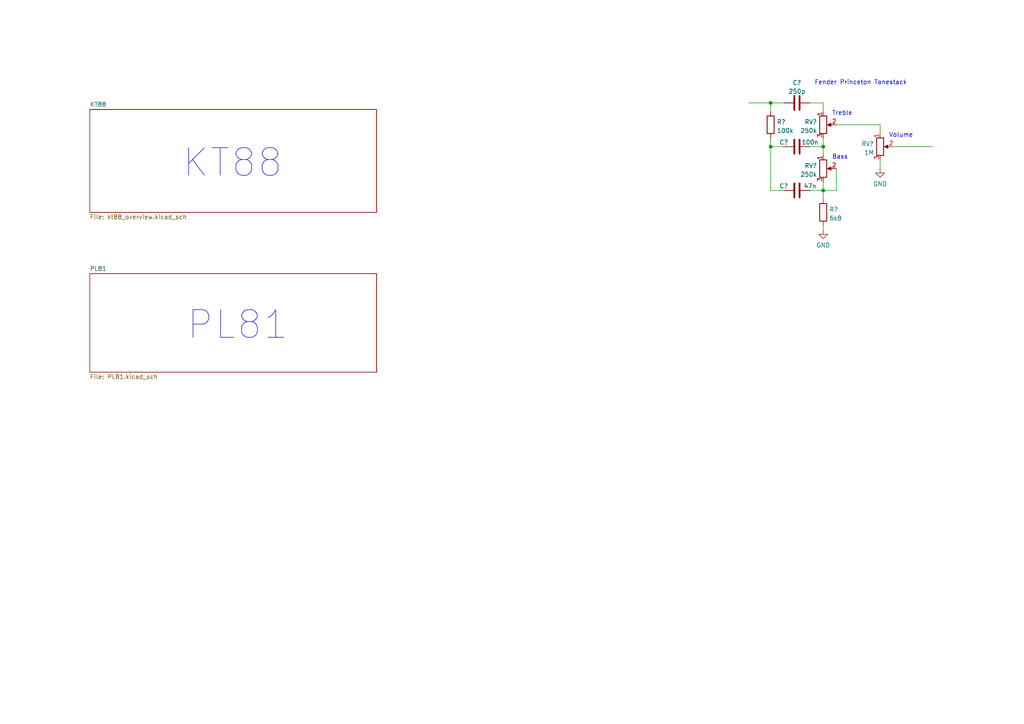
<source format=kicad_sch>
(kicad_sch (version 20230121) (generator eeschema)
  (paper "A4")
  (lib_symbols
    (symbol "Device:C" (pin_numbers hide) (pin_names (offset 0.254))
      (property "Reference" "C" (at 0.635 2.54 0))
      (property "Value" "C" (at 0.635 -2.54 0))
      (symbol "C_0_1"
        (polyline (pts (xy -2.032 -0.762) (xy 2.032 -0.762)) (stroke (width 0.508)))
        (polyline (pts (xy -2.032 0.762) (xy 2.032 0.762)) (stroke (width 0.508)))
      )
      (symbol "C_1_1"
        (pin passive line (at 0 3.81 270) (length 2.794) (name "~") (number "1"))
        (pin passive line (at 0 -3.81 90) (length 2.794) (name "~") (number "2"))
      )
    )
    (symbol "Device:R" (pin_numbers hide) (pin_names (offset 0))
      (property "Reference" "R" (at 2.032 0 90))
      (property "Value" "R" (at 0 0 90))
      (symbol "R_0_1"
        (rectangle (start -1.016 -2.54) (end 1.016 2.54) (stroke (width 0.254)))
      )
      (symbol "R_1_1"
        (pin passive line (at 0 3.81 270) (length 1.27) (name "~") (number "1"))
        (pin passive line (at 0 -3.81 90) (length 1.27) (name "~") (number "2"))
      )
    )
    (symbol "Device:R_Potentiometer" (pin_names (offset 1.016) hide)
      (property "Reference" "RV" (at -4.445 0 90))
      (property "Value" "R_Potentiometer" (at -2.54 0 90))
      (symbol "R_Potentiometer_0_1"
        (polyline (pts (xy 2.54 0) (xy 1.524 0)))
        (polyline (pts (xy 1.143 0) (xy 2.286 0.508) (xy 2.286 -0.508) (xy 1.143 0)) (fill (type outline)))
        (rectangle (start 1.016 2.54) (end -1.016 -2.54) (stroke (width 0.254)))
      )
      (symbol "R_Potentiometer_1_1"
        (pin passive line (at 0 3.81 270) (length 1.27) (name "1") (number "1"))
        (pin passive line (at 3.81 0 180) (length 1.27) (name "2") (number "2"))
        (pin passive line (at 0 -3.81 90) (length 1.27) (name "3") (number "3"))
      )
    )
    (symbol "power:GND" (power) (pin_names (offset 0))
      (property "Value" "GND" (at 0 -3.81 0))
      (symbol "GND_0_1"
        (polyline (pts (xy 0 0) (xy 0 -1.27) (xy 1.27 -1.27) (xy 0 -2.54) (xy -1.27 -1.27) (xy 0 -1.27)))
      )
      (symbol "GND_1_1"
        (pin power_in line (at 0 0 270) (length 0) hide (name "GND") (number "1"))
      )
    )
  )
  (junction (at 238.76 55.245))
  (junction (at 223.52 29.845))
  (junction (at 238.76 42.545))
  (junction (at 223.52 42.545))
  (wire (pts (xy 238.76 42.545) (xy 238.76 40.005)))
  (wire (pts (xy 223.52 55.245) (xy 227.33 55.245)))
  (wire (pts (xy 259.08 42.545) (xy 270.51 42.545)))
  (wire (pts (xy 234.95 55.245) (xy 238.76 55.245)))
  (wire (pts (xy 255.27 46.355) (xy 255.27 48.895)))
  (wire (pts (xy 242.57 48.895) (xy 242.57 55.245)))
  (wire (pts (xy 217.17 29.845) (xy 223.52 29.845)))
  (wire (pts (xy 238.76 42.545) (xy 238.76 45.085)))
  (wire (pts (xy 238.76 55.245) (xy 238.76 57.785)))
  (wire (pts (xy 234.95 29.845) (xy 238.76 29.845)))
  (wire (pts (xy 255.27 36.195) (xy 242.57 36.195)))
  (wire (pts (xy 223.52 42.545) (xy 223.52 55.245)))
  (wire (pts (xy 242.57 55.245) (xy 238.76 55.245)))
  (wire (pts (xy 223.52 40.005) (xy 223.52 42.545)))
  (wire (pts (xy 255.27 38.735) (xy 255.27 36.195)))
  (wire (pts (xy 223.52 42.545) (xy 227.33 42.545)))
  (wire (pts (xy 223.52 29.845) (xy 223.52 32.385)))
  (wire (pts (xy 234.95 42.545) (xy 238.76 42.545)))
  (wire (pts (xy 223.52 29.845) (xy 227.33 29.845)))
  (wire (pts (xy 238.76 29.845) (xy 238.76 32.385)))
  (wire (pts (xy 238.76 52.705) (xy 238.76 55.245)))
  (wire (pts (xy 238.76 65.405) (xy 238.76 66.675)))
  (text "PL81" (at 53.975 99.06 0) (effects (font (size 8 8)) (justify left bottom)))
  (text "KT88" (at 52.705 52.07 0) (effects (font (size 8 8)) (justify left bottom)))
  (text "Bass" (at 241.3 46.355 0) (effects (font (size 1.27 1.27)) (justify left bottom)))
  (text "Volume" (at 257.81 40.005 0) (effects (font (size 1.27 1.27)) (justify left bottom)))
  (text "Treble" (at 241.3 33.655 0) (effects (font (size 1.27 1.27)) (justify left bottom)))
  (text "Fender Princeton Tonestack" (at 236.22 24.765 0) (effects (font (size 1.27 1.27)) (justify left bottom)))
  (symbol (lib_id "Device:R") (at 238.76 61.595 0) (unit 1)
    (property "Reference" "R?" (at 240.538 60.7603 0) (effects (justify left)))
    (property "Value" "6k8" (at 240.538 63.2972 0) (effects (justify left)))
  )
  (symbol (lib_id "Device:R") (at 223.52 36.195 0) (unit 1)
    (property "Reference" "R?" (at 225.298 35.3603 0) (effects (justify left)))
    (property "Value" "100k" (at 225.298 37.8972 0) (effects (justify left)))
  )
  (symbol (lib_id "Device:R_Potentiometer") (at 238.76 36.195 0) (unit 1)
    (property "Reference" "RV?" (at 236.9821 35.3603 0) (effects (justify right)))
    (property "Value" "250k" (at 236.9821 37.8972 0) (effects (justify right)))
  )
  (symbol (lib_id "power:GND") (at 238.76 66.675 0) (unit 1)
    (property "Reference" "#PWR?" (effects hide))
    (property "Value" "GND" (at 238.76 71.1184 0))
  )
  (symbol (lib_id "Device:C") (at 231.14 55.245 90) (unit 1)
    (property "Reference" "C?" (at 227.33 53.975 90))
    (property "Value" "47n" (at 234.95 53.975 90))
  )
  (symbol (lib_id "Device:C") (at 231.14 29.845 90) (unit 1)
    (property "Reference" "C?" (at 231.14 23.9862 90))
    (property "Value" "250p" (at 231.14 26.5231 90))
  )
  (symbol (lib_id "Device:C") (at 231.14 42.545 90) (unit 1)
    (property "Reference" "C?" (at 227.33 41.275 90))
    (property "Value" "100n" (at 234.95 41.275 90))
  )
  (symbol (lib_id "Device:R_Potentiometer") (at 255.27 42.545 0) (unit 1)
    (property "Reference" "RV?" (at 253.4921 41.7103 0) (effects (justify right)))
    (property "Value" "1M" (at 253.4921 44.2472 0) (effects (justify right)))
  )
  (symbol (lib_id "Device:R_Potentiometer") (at 238.76 48.895 0) (unit 1)
    (property "Reference" "RV?" (at 236.9821 48.0603 0) (effects (justify right)))
    (property "Value" "250k" (at 236.9821 50.5972 0) (effects (justify right)))
  )
  (symbol (lib_id "power:GND") (at 255.27 48.895 0) (unit 1)
    (property "Reference" "#PWR?" (effects hide))
    (property "Value" "GND" (at 255.27 53.3384 0))
  )
  (sheet (at 26.035 79.375) (size 83.185 28.575) (stroke (width 0.1524))
    (property "Sheetname" "PL81" (at 26.035 78.6634 0) (effects (justify left bottom)))
    (property "Sheetfile" "PL81.kicad_sch" (at 26.035 108.5346 0) (effects (justify left top)))
  )
  (sheet (at 26.035 31.75) (size 83.185 29.845) (stroke (width 0.1524))
    (property "Sheetname" "KT88" (at 26.035 31.0384 0) (effects (justify left bottom)))
    (property "Sheetfile" "kt88_overview.kicad_sch" (at 26.035 62.1796 0) (effects (justify left top)))
  )
)
</source>
